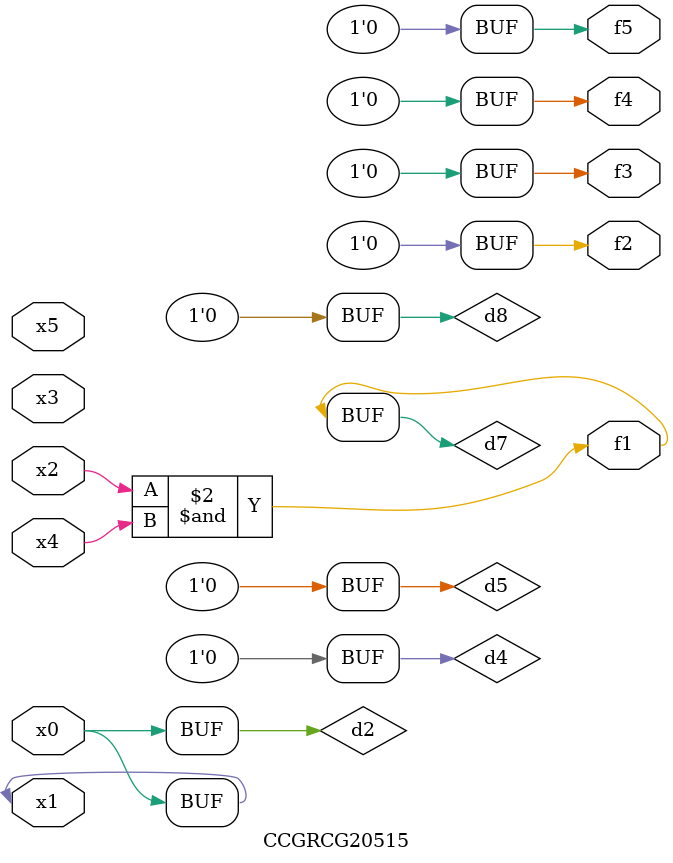
<source format=v>
module CCGRCG20515(
	input x0, x1, x2, x3, x4, x5,
	output f1, f2, f3, f4, f5
);

	wire d1, d2, d3, d4, d5, d6, d7, d8, d9;

	nand (d1, x1);
	buf (d2, x0, x1);
	nand (d3, x2, x4);
	and (d4, d1, d2);
	and (d5, d1, d2);
	nand (d6, d1, d3);
	not (d7, d3);
	xor (d8, d5);
	nor (d9, d5, d6);
	assign f1 = d7;
	assign f2 = d8;
	assign f3 = d8;
	assign f4 = d8;
	assign f5 = d8;
endmodule

</source>
